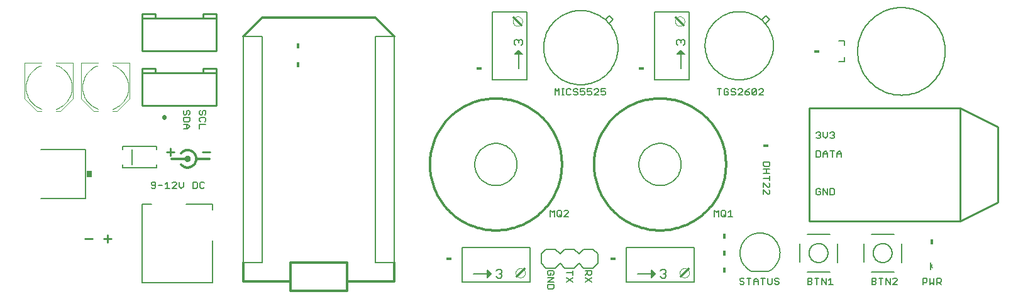
<source format=gto>
G75*
%MOIN*%
%OFA0B0*%
%FSLAX24Y24*%
%IPPOS*%
%LPD*%
%AMOC8*
5,1,8,0,0,1.08239X$1,22.5*
%
%ADD10C,0.0060*%
%ADD11C,0.0110*%
%ADD12C,0.0120*%
%ADD13C,0.0080*%
%ADD14C,0.0050*%
%ADD15C,0.0100*%
%ADD16R,0.0180X0.0300*%
%ADD17R,0.0300X0.0180*%
%ADD18C,0.0220*%
%ADD19C,0.0040*%
%ADD20C,0.0020*%
%ADD21R,0.0300X0.0340*%
D10*
X008891Y006787D02*
X008948Y006730D01*
X009061Y006730D01*
X009118Y006787D01*
X009118Y007014D01*
X009061Y007070D01*
X008948Y007070D01*
X008891Y007014D01*
X008891Y006957D01*
X008948Y006900D01*
X009118Y006900D01*
X009260Y006900D02*
X009486Y006900D01*
X009628Y006957D02*
X009741Y007070D01*
X009741Y006730D01*
X009628Y006730D02*
X009855Y006730D01*
X009996Y006730D02*
X010223Y006957D01*
X010223Y007014D01*
X010166Y007070D01*
X010053Y007070D01*
X009996Y007014D01*
X009996Y006730D02*
X010223Y006730D01*
X010364Y006843D02*
X010478Y006730D01*
X010591Y006843D01*
X010591Y007070D01*
X010364Y007070D02*
X010364Y006843D01*
X011101Y006730D02*
X011271Y006730D01*
X011328Y006787D01*
X011328Y007014D01*
X011271Y007070D01*
X011101Y007070D01*
X011101Y006730D01*
X011469Y006787D02*
X011469Y007014D01*
X011526Y007070D01*
X011640Y007070D01*
X011696Y007014D01*
X011696Y006787D02*
X011640Y006730D01*
X011526Y006730D01*
X011469Y006787D01*
X011441Y009907D02*
X011441Y010133D01*
X011781Y010133D01*
X011725Y010275D02*
X011781Y010332D01*
X011781Y010445D01*
X011725Y010502D01*
X011498Y010502D01*
X011441Y010445D01*
X011441Y010332D01*
X011498Y010275D01*
X010931Y010332D02*
X010931Y010502D01*
X010591Y010502D01*
X010591Y010332D01*
X010648Y010275D01*
X010875Y010275D01*
X010931Y010332D01*
X010818Y010133D02*
X010931Y010020D01*
X010818Y009907D01*
X010591Y009907D01*
X010761Y009907D02*
X010761Y010133D01*
X010818Y010133D02*
X010591Y010133D01*
X010648Y010643D02*
X010591Y010700D01*
X010591Y010813D01*
X010648Y010870D01*
X010761Y010813D02*
X010761Y010700D01*
X010705Y010643D01*
X010648Y010643D01*
X010761Y010813D02*
X010818Y010870D01*
X010875Y010870D01*
X010931Y010813D01*
X010931Y010700D01*
X010875Y010643D01*
X011441Y010700D02*
X011441Y010813D01*
X011498Y010870D01*
X011611Y010813D02*
X011611Y010700D01*
X011555Y010643D01*
X011498Y010643D01*
X011441Y010700D01*
X011611Y010813D02*
X011668Y010870D01*
X011725Y010870D01*
X011781Y010813D01*
X011781Y010700D01*
X011725Y010643D01*
X026961Y012500D02*
X028811Y012500D01*
X028811Y016100D01*
X026961Y016100D01*
X026961Y012500D01*
X028361Y013100D02*
X028361Y013900D01*
X028511Y013900D01*
X028561Y013850D01*
X028161Y013850D01*
X028211Y013900D01*
X028361Y013900D01*
X028361Y014050D01*
X028311Y014000D01*
X028261Y013950D01*
X028211Y013900D01*
X028261Y013950D02*
X028461Y013950D01*
X028411Y014000D01*
X028311Y014000D01*
X028361Y014050D02*
X028411Y014000D01*
X028461Y013950D02*
X028511Y013900D01*
X030291Y012020D02*
X030405Y011907D01*
X030518Y012020D01*
X030518Y011680D01*
X030660Y011680D02*
X030773Y011680D01*
X030716Y011680D02*
X030716Y012020D01*
X030660Y012020D02*
X030773Y012020D01*
X030905Y011964D02*
X030905Y011737D01*
X030962Y011680D01*
X031075Y011680D01*
X031132Y011737D01*
X031273Y011737D02*
X031330Y011680D01*
X031444Y011680D01*
X031500Y011737D01*
X031500Y011793D01*
X031444Y011850D01*
X031330Y011850D01*
X031273Y011907D01*
X031273Y011964D01*
X031330Y012020D01*
X031444Y012020D01*
X031500Y011964D01*
X031642Y012020D02*
X031642Y011850D01*
X031755Y011907D01*
X031812Y011907D01*
X031869Y011850D01*
X031869Y011737D01*
X031812Y011680D01*
X031698Y011680D01*
X031642Y011737D01*
X032010Y011737D02*
X032067Y011680D01*
X032180Y011680D01*
X032237Y011737D01*
X032237Y011850D01*
X032180Y011907D01*
X032123Y011907D01*
X032010Y011850D01*
X032010Y012020D01*
X032237Y012020D01*
X032378Y011964D02*
X032435Y012020D01*
X032548Y012020D01*
X032605Y011964D01*
X032605Y011907D01*
X032378Y011680D01*
X032605Y011680D01*
X032747Y011737D02*
X032803Y011680D01*
X032917Y011680D01*
X032973Y011737D01*
X032973Y011850D01*
X032917Y011907D01*
X032860Y011907D01*
X032747Y011850D01*
X032747Y012020D01*
X032973Y012020D01*
X031869Y012020D02*
X031642Y012020D01*
X031132Y011964D02*
X031075Y012020D01*
X030962Y012020D01*
X030905Y011964D01*
X030291Y012020D02*
X030291Y011680D01*
X035561Y012500D02*
X037411Y012500D01*
X037411Y016100D01*
X035561Y016100D01*
X035561Y012500D01*
X036961Y013100D02*
X036961Y013900D01*
X037111Y013900D01*
X037161Y013850D01*
X036761Y013850D01*
X036811Y013900D01*
X036961Y013900D01*
X036961Y014050D01*
X036911Y014000D01*
X036861Y013950D01*
X036811Y013900D01*
X036861Y013950D02*
X037061Y013950D01*
X037011Y014000D01*
X036911Y014000D01*
X036961Y014050D02*
X037011Y014000D01*
X037061Y013950D02*
X037111Y013900D01*
X038891Y012020D02*
X039118Y012020D01*
X039005Y012020D02*
X039005Y011680D01*
X039260Y011737D02*
X039316Y011680D01*
X039430Y011680D01*
X039486Y011737D01*
X039486Y011850D01*
X039373Y011850D01*
X039260Y011737D02*
X039260Y011964D01*
X039316Y012020D01*
X039430Y012020D01*
X039486Y011964D01*
X039628Y011964D02*
X039628Y011907D01*
X039685Y011850D01*
X039798Y011850D01*
X039855Y011793D01*
X039855Y011737D01*
X039798Y011680D01*
X039685Y011680D01*
X039628Y011737D01*
X039996Y011680D02*
X040223Y011907D01*
X040223Y011964D01*
X040166Y012020D01*
X040053Y012020D01*
X039996Y011964D01*
X039855Y011964D02*
X039798Y012020D01*
X039685Y012020D01*
X039628Y011964D01*
X040364Y011850D02*
X040535Y011850D01*
X040591Y011793D01*
X040591Y011737D01*
X040535Y011680D01*
X040421Y011680D01*
X040364Y011737D01*
X040364Y011850D01*
X040478Y011964D01*
X040591Y012020D01*
X040733Y011964D02*
X040789Y012020D01*
X040903Y012020D01*
X040960Y011964D01*
X040733Y011737D01*
X040789Y011680D01*
X040903Y011680D01*
X040960Y011737D01*
X040960Y011964D01*
X041101Y011964D02*
X041158Y012020D01*
X041271Y012020D01*
X041328Y011964D01*
X041328Y011907D01*
X041101Y011680D01*
X041328Y011680D01*
X040733Y011737D02*
X040733Y011964D01*
X040223Y011680D02*
X039996Y011680D01*
X044141Y009664D02*
X044198Y009720D01*
X044311Y009720D01*
X044368Y009664D01*
X044368Y009607D01*
X044311Y009550D01*
X044368Y009493D01*
X044368Y009437D01*
X044311Y009380D01*
X044198Y009380D01*
X044141Y009437D01*
X044255Y009550D02*
X044311Y009550D01*
X044510Y009493D02*
X044623Y009380D01*
X044736Y009493D01*
X044736Y009720D01*
X044878Y009664D02*
X044935Y009720D01*
X045048Y009720D01*
X045105Y009664D01*
X045105Y009607D01*
X045048Y009550D01*
X045105Y009493D01*
X045105Y009437D01*
X045048Y009380D01*
X044935Y009380D01*
X044878Y009437D01*
X044991Y009550D02*
X045048Y009550D01*
X044510Y009493D02*
X044510Y009720D01*
X044623Y008720D02*
X044736Y008607D01*
X044736Y008380D01*
X044736Y008550D02*
X044510Y008550D01*
X044510Y008607D02*
X044510Y008380D01*
X044368Y008437D02*
X044368Y008664D01*
X044311Y008720D01*
X044141Y008720D01*
X044141Y008380D01*
X044311Y008380D01*
X044368Y008437D01*
X044510Y008607D02*
X044623Y008720D01*
X044878Y008720D02*
X045105Y008720D01*
X044991Y008720D02*
X044991Y008380D01*
X045246Y008380D02*
X045246Y008607D01*
X045360Y008720D01*
X045473Y008607D01*
X045473Y008380D01*
X045473Y008550D02*
X045246Y008550D01*
X041681Y008120D02*
X041681Y007950D01*
X041625Y007893D01*
X041398Y007893D01*
X041341Y007950D01*
X041341Y008120D01*
X041681Y008120D01*
X041681Y007752D02*
X041341Y007752D01*
X041511Y007752D02*
X041511Y007525D01*
X041681Y007525D02*
X041341Y007525D01*
X041341Y007270D02*
X041681Y007270D01*
X041681Y007383D02*
X041681Y007157D01*
X041625Y007015D02*
X041681Y006958D01*
X041681Y006845D01*
X041625Y006788D01*
X041568Y006788D01*
X041341Y007015D01*
X041341Y006788D01*
X041341Y006647D02*
X041568Y006420D01*
X041625Y006420D01*
X041681Y006477D01*
X041681Y006590D01*
X041625Y006647D01*
X041341Y006647D02*
X041341Y006420D01*
X039591Y005570D02*
X039591Y005230D01*
X039478Y005230D02*
X039705Y005230D01*
X039478Y005457D02*
X039591Y005570D01*
X039336Y005514D02*
X039280Y005570D01*
X039166Y005570D01*
X039110Y005514D01*
X039110Y005287D01*
X039166Y005230D01*
X039280Y005230D01*
X039336Y005287D01*
X039336Y005514D01*
X039223Y005343D02*
X039336Y005230D01*
X038968Y005230D02*
X038968Y005570D01*
X038855Y005457D01*
X038741Y005570D01*
X038741Y005230D01*
X037661Y003600D02*
X034061Y003600D01*
X034061Y001750D01*
X037661Y001750D01*
X037661Y003600D01*
X035461Y002350D02*
X035411Y002400D01*
X035411Y002000D01*
X035461Y002050D01*
X035461Y002200D01*
X034661Y002200D01*
X035461Y002200D02*
X035461Y002350D01*
X035511Y002300D01*
X035561Y002250D01*
X035561Y002150D01*
X035511Y002100D01*
X035461Y002050D01*
X035511Y002100D02*
X035511Y002300D01*
X035561Y002250D02*
X035611Y002200D01*
X035561Y002150D01*
X035611Y002200D02*
X035461Y002200D01*
X032231Y002200D02*
X032175Y002143D01*
X032061Y002143D01*
X032005Y002200D01*
X032005Y002370D01*
X032005Y002257D02*
X031891Y002143D01*
X031891Y002002D02*
X032231Y001775D01*
X032231Y002002D02*
X031891Y001775D01*
X031231Y001775D02*
X030891Y002002D01*
X030891Y001775D02*
X031231Y002002D01*
X031231Y002143D02*
X031231Y002370D01*
X031231Y002257D02*
X030891Y002257D01*
X030231Y002313D02*
X030175Y002370D01*
X029948Y002370D01*
X029891Y002313D01*
X029891Y002200D01*
X029948Y002143D01*
X030061Y002143D01*
X030061Y002257D01*
X030175Y002143D02*
X030231Y002200D01*
X030231Y002313D01*
X030231Y002002D02*
X029891Y001775D01*
X030231Y001775D01*
X030231Y001633D02*
X030231Y001463D01*
X030175Y001407D01*
X029948Y001407D01*
X029891Y001463D01*
X029891Y001633D01*
X030231Y001633D01*
X030231Y002002D02*
X029891Y002002D01*
X028961Y001750D02*
X028961Y003600D01*
X025361Y003600D01*
X025361Y001750D01*
X028961Y001750D01*
X026911Y002200D02*
X026861Y002150D01*
X026811Y002100D01*
X026761Y002050D01*
X026711Y002000D01*
X026711Y002400D01*
X026761Y002350D01*
X026761Y002200D01*
X025961Y002200D01*
X026761Y002200D02*
X026761Y002050D01*
X026811Y002100D02*
X026811Y002300D01*
X026861Y002250D01*
X026861Y002150D01*
X026911Y002200D02*
X026861Y002250D01*
X026811Y002300D02*
X026761Y002350D01*
X026761Y002200D02*
X026911Y002200D01*
X031891Y002370D02*
X032231Y002370D01*
X032231Y002200D01*
X040091Y001914D02*
X040091Y001857D01*
X040148Y001800D01*
X040261Y001800D01*
X040318Y001743D01*
X040318Y001687D01*
X040261Y001630D01*
X040148Y001630D01*
X040091Y001687D01*
X040091Y001914D02*
X040148Y001970D01*
X040261Y001970D01*
X040318Y001914D01*
X040460Y001970D02*
X040686Y001970D01*
X040573Y001970D02*
X040573Y001630D01*
X040828Y001630D02*
X040828Y001857D01*
X040941Y001970D01*
X041055Y001857D01*
X041055Y001630D01*
X041055Y001800D02*
X040828Y001800D01*
X041196Y001970D02*
X041423Y001970D01*
X041310Y001970D02*
X041310Y001630D01*
X041564Y001687D02*
X041621Y001630D01*
X041735Y001630D01*
X041791Y001687D01*
X041791Y001970D01*
X041933Y001914D02*
X041933Y001857D01*
X041989Y001800D01*
X042103Y001800D01*
X042160Y001743D01*
X042160Y001687D01*
X042103Y001630D01*
X041989Y001630D01*
X041933Y001687D01*
X041933Y001914D02*
X041989Y001970D01*
X042103Y001970D01*
X042160Y001914D01*
X041564Y001970D02*
X041564Y001687D01*
X043691Y001630D02*
X043861Y001630D01*
X043918Y001687D01*
X043918Y001743D01*
X043861Y001800D01*
X043691Y001800D01*
X043691Y001630D02*
X043691Y001970D01*
X043861Y001970D01*
X043918Y001914D01*
X043918Y001857D01*
X043861Y001800D01*
X044060Y001970D02*
X044286Y001970D01*
X044173Y001970D02*
X044173Y001630D01*
X044428Y001630D02*
X044428Y001970D01*
X044655Y001630D01*
X044655Y001970D01*
X044796Y001857D02*
X044910Y001970D01*
X044910Y001630D01*
X045023Y001630D02*
X044796Y001630D01*
X047091Y001630D02*
X047261Y001630D01*
X047318Y001687D01*
X047318Y001743D01*
X047261Y001800D01*
X047091Y001800D01*
X047091Y001630D02*
X047091Y001970D01*
X047261Y001970D01*
X047318Y001914D01*
X047318Y001857D01*
X047261Y001800D01*
X047460Y001970D02*
X047686Y001970D01*
X047573Y001970D02*
X047573Y001630D01*
X047828Y001630D02*
X047828Y001970D01*
X048055Y001630D01*
X048055Y001970D01*
X048196Y001914D02*
X048253Y001970D01*
X048366Y001970D01*
X048423Y001914D01*
X048423Y001857D01*
X048196Y001630D01*
X048423Y001630D01*
X049791Y001630D02*
X049791Y001970D01*
X049961Y001970D01*
X050018Y001914D01*
X050018Y001800D01*
X049961Y001743D01*
X049791Y001743D01*
X050160Y001630D02*
X050273Y001743D01*
X050386Y001630D01*
X050386Y001970D01*
X050528Y001970D02*
X050698Y001970D01*
X050755Y001914D01*
X050755Y001800D01*
X050698Y001743D01*
X050528Y001743D01*
X050528Y001630D02*
X050528Y001970D01*
X050641Y001743D02*
X050755Y001630D01*
X050160Y001630D02*
X050160Y001970D01*
X045105Y006437D02*
X045048Y006380D01*
X044878Y006380D01*
X044878Y006720D01*
X045048Y006720D01*
X045105Y006664D01*
X045105Y006437D01*
X044736Y006380D02*
X044736Y006720D01*
X044510Y006720D02*
X044736Y006380D01*
X044510Y006380D02*
X044510Y006720D01*
X044368Y006664D02*
X044311Y006720D01*
X044198Y006720D01*
X044141Y006664D01*
X044141Y006437D01*
X044198Y006380D01*
X044311Y006380D01*
X044368Y006437D01*
X044368Y006550D01*
X044255Y006550D01*
X031005Y005514D02*
X030948Y005570D01*
X030835Y005570D01*
X030778Y005514D01*
X030636Y005514D02*
X030636Y005287D01*
X030580Y005230D01*
X030466Y005230D01*
X030410Y005287D01*
X030410Y005514D01*
X030466Y005570D01*
X030580Y005570D01*
X030636Y005514D01*
X030523Y005343D02*
X030636Y005230D01*
X030778Y005230D02*
X031005Y005457D01*
X031005Y005514D01*
X031005Y005230D02*
X030778Y005230D01*
X030268Y005230D02*
X030268Y005570D01*
X030155Y005457D01*
X030041Y005570D01*
X030041Y005230D01*
D11*
X012010Y008650D02*
X011616Y008650D01*
X010110Y008650D02*
X009716Y008650D01*
X009913Y008847D02*
X009913Y008453D01*
X006563Y004247D02*
X006563Y003853D01*
X006366Y004050D02*
X006760Y004050D01*
X005760Y004050D02*
X005366Y004050D01*
D12*
X013761Y002800D02*
X013761Y001800D01*
X016261Y001800D01*
X016261Y002800D01*
X019261Y002800D01*
X019261Y001800D01*
X021761Y001800D01*
X021761Y002800D01*
X019261Y001800D02*
X019261Y001300D01*
X016261Y001300D01*
X016261Y001800D01*
X028261Y002050D02*
X028661Y002450D01*
X036961Y002050D02*
X037361Y002450D01*
X032361Y008000D02*
X032363Y008118D01*
X032369Y008236D01*
X032379Y008354D01*
X032393Y008471D01*
X032411Y008588D01*
X032433Y008705D01*
X032458Y008820D01*
X032488Y008934D01*
X032522Y009048D01*
X032559Y009160D01*
X032600Y009271D01*
X032645Y009380D01*
X032693Y009488D01*
X032745Y009594D01*
X032801Y009699D01*
X032860Y009801D01*
X032922Y009901D01*
X032988Y009999D01*
X033057Y010095D01*
X033130Y010189D01*
X033205Y010280D01*
X033284Y010368D01*
X033365Y010454D01*
X033450Y010537D01*
X033537Y010617D01*
X033626Y010694D01*
X033719Y010768D01*
X033813Y010838D01*
X033910Y010906D01*
X034010Y010970D01*
X034111Y011031D01*
X034214Y011088D01*
X034320Y011142D01*
X034427Y011193D01*
X034535Y011239D01*
X034645Y011282D01*
X034757Y011321D01*
X034870Y011357D01*
X034984Y011388D01*
X035099Y011416D01*
X035214Y011440D01*
X035331Y011460D01*
X035448Y011476D01*
X035566Y011488D01*
X035684Y011496D01*
X035802Y011500D01*
X035920Y011500D01*
X036038Y011496D01*
X036156Y011488D01*
X036274Y011476D01*
X036391Y011460D01*
X036508Y011440D01*
X036623Y011416D01*
X036738Y011388D01*
X036852Y011357D01*
X036965Y011321D01*
X037077Y011282D01*
X037187Y011239D01*
X037295Y011193D01*
X037402Y011142D01*
X037508Y011088D01*
X037611Y011031D01*
X037712Y010970D01*
X037812Y010906D01*
X037909Y010838D01*
X038003Y010768D01*
X038096Y010694D01*
X038185Y010617D01*
X038272Y010537D01*
X038357Y010454D01*
X038438Y010368D01*
X038517Y010280D01*
X038592Y010189D01*
X038665Y010095D01*
X038734Y009999D01*
X038800Y009901D01*
X038862Y009801D01*
X038921Y009699D01*
X038977Y009594D01*
X039029Y009488D01*
X039077Y009380D01*
X039122Y009271D01*
X039163Y009160D01*
X039200Y009048D01*
X039234Y008934D01*
X039264Y008820D01*
X039289Y008705D01*
X039311Y008588D01*
X039329Y008471D01*
X039343Y008354D01*
X039353Y008236D01*
X039359Y008118D01*
X039361Y008000D01*
X039359Y007882D01*
X039353Y007764D01*
X039343Y007646D01*
X039329Y007529D01*
X039311Y007412D01*
X039289Y007295D01*
X039264Y007180D01*
X039234Y007066D01*
X039200Y006952D01*
X039163Y006840D01*
X039122Y006729D01*
X039077Y006620D01*
X039029Y006512D01*
X038977Y006406D01*
X038921Y006301D01*
X038862Y006199D01*
X038800Y006099D01*
X038734Y006001D01*
X038665Y005905D01*
X038592Y005811D01*
X038517Y005720D01*
X038438Y005632D01*
X038357Y005546D01*
X038272Y005463D01*
X038185Y005383D01*
X038096Y005306D01*
X038003Y005232D01*
X037909Y005162D01*
X037812Y005094D01*
X037712Y005030D01*
X037611Y004969D01*
X037508Y004912D01*
X037402Y004858D01*
X037295Y004807D01*
X037187Y004761D01*
X037077Y004718D01*
X036965Y004679D01*
X036852Y004643D01*
X036738Y004612D01*
X036623Y004584D01*
X036508Y004560D01*
X036391Y004540D01*
X036274Y004524D01*
X036156Y004512D01*
X036038Y004504D01*
X035920Y004500D01*
X035802Y004500D01*
X035684Y004504D01*
X035566Y004512D01*
X035448Y004524D01*
X035331Y004540D01*
X035214Y004560D01*
X035099Y004584D01*
X034984Y004612D01*
X034870Y004643D01*
X034757Y004679D01*
X034645Y004718D01*
X034535Y004761D01*
X034427Y004807D01*
X034320Y004858D01*
X034214Y004912D01*
X034111Y004969D01*
X034010Y005030D01*
X033910Y005094D01*
X033813Y005162D01*
X033719Y005232D01*
X033626Y005306D01*
X033537Y005383D01*
X033450Y005463D01*
X033365Y005546D01*
X033284Y005632D01*
X033205Y005720D01*
X033130Y005811D01*
X033057Y005905D01*
X032988Y006001D01*
X032922Y006099D01*
X032860Y006199D01*
X032801Y006301D01*
X032745Y006406D01*
X032693Y006512D01*
X032645Y006620D01*
X032600Y006729D01*
X032559Y006840D01*
X032522Y006952D01*
X032488Y007066D01*
X032458Y007180D01*
X032433Y007295D01*
X032411Y007412D01*
X032393Y007529D01*
X032379Y007646D01*
X032369Y007764D01*
X032363Y007882D01*
X032361Y008000D01*
X023661Y008000D02*
X023663Y008118D01*
X023669Y008236D01*
X023679Y008354D01*
X023693Y008471D01*
X023711Y008588D01*
X023733Y008705D01*
X023758Y008820D01*
X023788Y008934D01*
X023822Y009048D01*
X023859Y009160D01*
X023900Y009271D01*
X023945Y009380D01*
X023993Y009488D01*
X024045Y009594D01*
X024101Y009699D01*
X024160Y009801D01*
X024222Y009901D01*
X024288Y009999D01*
X024357Y010095D01*
X024430Y010189D01*
X024505Y010280D01*
X024584Y010368D01*
X024665Y010454D01*
X024750Y010537D01*
X024837Y010617D01*
X024926Y010694D01*
X025019Y010768D01*
X025113Y010838D01*
X025210Y010906D01*
X025310Y010970D01*
X025411Y011031D01*
X025514Y011088D01*
X025620Y011142D01*
X025727Y011193D01*
X025835Y011239D01*
X025945Y011282D01*
X026057Y011321D01*
X026170Y011357D01*
X026284Y011388D01*
X026399Y011416D01*
X026514Y011440D01*
X026631Y011460D01*
X026748Y011476D01*
X026866Y011488D01*
X026984Y011496D01*
X027102Y011500D01*
X027220Y011500D01*
X027338Y011496D01*
X027456Y011488D01*
X027574Y011476D01*
X027691Y011460D01*
X027808Y011440D01*
X027923Y011416D01*
X028038Y011388D01*
X028152Y011357D01*
X028265Y011321D01*
X028377Y011282D01*
X028487Y011239D01*
X028595Y011193D01*
X028702Y011142D01*
X028808Y011088D01*
X028911Y011031D01*
X029012Y010970D01*
X029112Y010906D01*
X029209Y010838D01*
X029303Y010768D01*
X029396Y010694D01*
X029485Y010617D01*
X029572Y010537D01*
X029657Y010454D01*
X029738Y010368D01*
X029817Y010280D01*
X029892Y010189D01*
X029965Y010095D01*
X030034Y009999D01*
X030100Y009901D01*
X030162Y009801D01*
X030221Y009699D01*
X030277Y009594D01*
X030329Y009488D01*
X030377Y009380D01*
X030422Y009271D01*
X030463Y009160D01*
X030500Y009048D01*
X030534Y008934D01*
X030564Y008820D01*
X030589Y008705D01*
X030611Y008588D01*
X030629Y008471D01*
X030643Y008354D01*
X030653Y008236D01*
X030659Y008118D01*
X030661Y008000D01*
X030659Y007882D01*
X030653Y007764D01*
X030643Y007646D01*
X030629Y007529D01*
X030611Y007412D01*
X030589Y007295D01*
X030564Y007180D01*
X030534Y007066D01*
X030500Y006952D01*
X030463Y006840D01*
X030422Y006729D01*
X030377Y006620D01*
X030329Y006512D01*
X030277Y006406D01*
X030221Y006301D01*
X030162Y006199D01*
X030100Y006099D01*
X030034Y006001D01*
X029965Y005905D01*
X029892Y005811D01*
X029817Y005720D01*
X029738Y005632D01*
X029657Y005546D01*
X029572Y005463D01*
X029485Y005383D01*
X029396Y005306D01*
X029303Y005232D01*
X029209Y005162D01*
X029112Y005094D01*
X029012Y005030D01*
X028911Y004969D01*
X028808Y004912D01*
X028702Y004858D01*
X028595Y004807D01*
X028487Y004761D01*
X028377Y004718D01*
X028265Y004679D01*
X028152Y004643D01*
X028038Y004612D01*
X027923Y004584D01*
X027808Y004560D01*
X027691Y004540D01*
X027574Y004524D01*
X027456Y004512D01*
X027338Y004504D01*
X027220Y004500D01*
X027102Y004500D01*
X026984Y004504D01*
X026866Y004512D01*
X026748Y004524D01*
X026631Y004540D01*
X026514Y004560D01*
X026399Y004584D01*
X026284Y004612D01*
X026170Y004643D01*
X026057Y004679D01*
X025945Y004718D01*
X025835Y004761D01*
X025727Y004807D01*
X025620Y004858D01*
X025514Y004912D01*
X025411Y004969D01*
X025310Y005030D01*
X025210Y005094D01*
X025113Y005162D01*
X025019Y005232D01*
X024926Y005306D01*
X024837Y005383D01*
X024750Y005463D01*
X024665Y005546D01*
X024584Y005632D01*
X024505Y005720D01*
X024430Y005811D01*
X024357Y005905D01*
X024288Y006001D01*
X024222Y006099D01*
X024160Y006199D01*
X024101Y006301D01*
X024045Y006406D01*
X023993Y006512D01*
X023945Y006620D01*
X023900Y006729D01*
X023859Y006840D01*
X023822Y006952D01*
X023788Y007066D01*
X023758Y007180D01*
X023733Y007295D01*
X023711Y007412D01*
X023693Y007529D01*
X023679Y007646D01*
X023669Y007764D01*
X023663Y007882D01*
X023661Y008000D01*
X011961Y008300D02*
X011361Y008300D01*
X010861Y008300D02*
X009961Y008300D01*
X010711Y008300D02*
X010713Y008320D01*
X010719Y008338D01*
X010728Y008356D01*
X010740Y008371D01*
X010755Y008383D01*
X010773Y008392D01*
X010791Y008398D01*
X010811Y008400D01*
X010831Y008398D01*
X010849Y008392D01*
X010867Y008383D01*
X010882Y008371D01*
X010894Y008356D01*
X010903Y008338D01*
X010909Y008320D01*
X010911Y008300D01*
X010909Y008280D01*
X010903Y008262D01*
X010894Y008244D01*
X010882Y008229D01*
X010867Y008217D01*
X010849Y008208D01*
X010831Y008202D01*
X010811Y008200D01*
X010791Y008202D01*
X010773Y008208D01*
X010755Y008217D01*
X010740Y008229D01*
X010728Y008244D01*
X010719Y008262D01*
X010713Y008280D01*
X010711Y008300D01*
X010461Y008000D02*
X010490Y007969D01*
X010522Y007941D01*
X010556Y007916D01*
X010592Y007894D01*
X010630Y007876D01*
X010670Y007861D01*
X010711Y007850D01*
X010752Y007843D01*
X010794Y007839D01*
X010837Y007840D01*
X010879Y007844D01*
X010920Y007852D01*
X010961Y007864D01*
X011000Y007880D01*
X011038Y007899D01*
X011074Y007921D01*
X011107Y007947D01*
X011139Y007976D01*
X011167Y008007D01*
X011192Y008041D01*
X011214Y008077D01*
X011233Y008115D01*
X011248Y008154D01*
X011260Y008195D01*
X011268Y008237D01*
X011272Y008279D01*
X011272Y008321D01*
X011268Y008363D01*
X011260Y008405D01*
X011248Y008446D01*
X011233Y008485D01*
X011214Y008523D01*
X011192Y008559D01*
X011167Y008593D01*
X011139Y008624D01*
X011107Y008653D01*
X011074Y008679D01*
X011038Y008701D01*
X011000Y008720D01*
X010961Y008736D01*
X010920Y008748D01*
X010879Y008756D01*
X010837Y008760D01*
X010794Y008761D01*
X010752Y008757D01*
X010711Y008750D01*
X010670Y008739D01*
X010630Y008724D01*
X010592Y008706D01*
X010556Y008684D01*
X010522Y008659D01*
X010490Y008631D01*
X010461Y008600D01*
X013761Y014800D02*
X014761Y015800D01*
X020761Y015800D01*
X021761Y014800D01*
X028111Y015800D02*
X028511Y015400D01*
X036711Y015800D02*
X037111Y015400D01*
D13*
X008389Y005894D02*
X008389Y001720D01*
X012129Y001720D01*
X012129Y003965D01*
X013761Y002800D02*
X013761Y014800D01*
X014761Y014800D01*
X014761Y002800D01*
X013761Y002800D01*
X012141Y001720D02*
X012129Y001720D01*
X020761Y002800D02*
X020761Y014800D01*
X021761Y014800D01*
X021761Y002800D01*
X020761Y002800D01*
X029561Y002750D02*
X029811Y002500D01*
X030311Y002500D01*
X030561Y002750D01*
X030811Y002500D01*
X031311Y002500D01*
X031561Y002750D01*
X031811Y002500D01*
X032311Y002500D01*
X032561Y002750D01*
X032561Y003250D01*
X032311Y003500D01*
X031811Y003500D01*
X031561Y003250D01*
X031311Y003500D01*
X030811Y003500D01*
X030561Y003250D01*
X030311Y003500D01*
X029811Y003500D01*
X029561Y003250D01*
X029561Y002750D01*
X043261Y002812D02*
X043261Y003788D01*
X043655Y004300D02*
X044867Y004300D01*
X045261Y003788D02*
X045261Y002800D01*
X046661Y002812D02*
X046661Y003788D01*
X047055Y004300D02*
X048267Y004300D01*
X048661Y003788D02*
X048661Y002800D01*
X048267Y002300D02*
X047055Y002300D01*
X044867Y002300D02*
X043655Y002300D01*
X043761Y003300D02*
X043763Y003344D01*
X043769Y003388D01*
X043779Y003431D01*
X043792Y003473D01*
X043809Y003514D01*
X043830Y003553D01*
X043854Y003590D01*
X043881Y003625D01*
X043911Y003657D01*
X043944Y003687D01*
X043980Y003713D01*
X044017Y003737D01*
X044057Y003756D01*
X044098Y003773D01*
X044141Y003785D01*
X044184Y003794D01*
X044228Y003799D01*
X044272Y003800D01*
X044316Y003797D01*
X044360Y003790D01*
X044403Y003779D01*
X044445Y003765D01*
X044485Y003747D01*
X044524Y003725D01*
X044560Y003701D01*
X044594Y003673D01*
X044626Y003642D01*
X044655Y003608D01*
X044681Y003572D01*
X044703Y003534D01*
X044722Y003494D01*
X044737Y003452D01*
X044749Y003410D01*
X044757Y003366D01*
X044761Y003322D01*
X044761Y003278D01*
X044757Y003234D01*
X044749Y003190D01*
X044737Y003148D01*
X044722Y003106D01*
X044703Y003066D01*
X044681Y003028D01*
X044655Y002992D01*
X044626Y002958D01*
X044594Y002927D01*
X044560Y002899D01*
X044524Y002875D01*
X044485Y002853D01*
X044445Y002835D01*
X044403Y002821D01*
X044360Y002810D01*
X044316Y002803D01*
X044272Y002800D01*
X044228Y002801D01*
X044184Y002806D01*
X044141Y002815D01*
X044098Y002827D01*
X044057Y002844D01*
X044017Y002863D01*
X043980Y002887D01*
X043944Y002913D01*
X043911Y002943D01*
X043881Y002975D01*
X043854Y003010D01*
X043830Y003047D01*
X043809Y003086D01*
X043792Y003127D01*
X043779Y003169D01*
X043769Y003212D01*
X043763Y003256D01*
X043761Y003300D01*
X047161Y003300D02*
X047163Y003344D01*
X047169Y003388D01*
X047179Y003431D01*
X047192Y003473D01*
X047209Y003514D01*
X047230Y003553D01*
X047254Y003590D01*
X047281Y003625D01*
X047311Y003657D01*
X047344Y003687D01*
X047380Y003713D01*
X047417Y003737D01*
X047457Y003756D01*
X047498Y003773D01*
X047541Y003785D01*
X047584Y003794D01*
X047628Y003799D01*
X047672Y003800D01*
X047716Y003797D01*
X047760Y003790D01*
X047803Y003779D01*
X047845Y003765D01*
X047885Y003747D01*
X047924Y003725D01*
X047960Y003701D01*
X047994Y003673D01*
X048026Y003642D01*
X048055Y003608D01*
X048081Y003572D01*
X048103Y003534D01*
X048122Y003494D01*
X048137Y003452D01*
X048149Y003410D01*
X048157Y003366D01*
X048161Y003322D01*
X048161Y003278D01*
X048157Y003234D01*
X048149Y003190D01*
X048137Y003148D01*
X048122Y003106D01*
X048103Y003066D01*
X048081Y003028D01*
X048055Y002992D01*
X048026Y002958D01*
X047994Y002927D01*
X047960Y002899D01*
X047924Y002875D01*
X047885Y002853D01*
X047845Y002835D01*
X047803Y002821D01*
X047760Y002810D01*
X047716Y002803D01*
X047672Y002800D01*
X047628Y002801D01*
X047584Y002806D01*
X047541Y002815D01*
X047498Y002827D01*
X047457Y002844D01*
X047417Y002863D01*
X047380Y002887D01*
X047344Y002913D01*
X047311Y002943D01*
X047281Y002975D01*
X047254Y003010D01*
X047230Y003047D01*
X047209Y003086D01*
X047192Y003127D01*
X047179Y003169D01*
X047169Y003212D01*
X047163Y003256D01*
X047161Y003300D01*
X050194Y002781D02*
X050194Y002600D01*
X050316Y002692D01*
X050194Y002600D02*
X050194Y002419D01*
X050316Y002514D02*
X050200Y002590D01*
X045637Y013449D02*
X045322Y013449D01*
X045637Y013449D02*
X045637Y013685D01*
X045637Y014315D02*
X045637Y014551D01*
X045322Y014551D01*
X046338Y014000D02*
X046340Y014096D01*
X046346Y014192D01*
X046356Y014287D01*
X046370Y014382D01*
X046387Y014477D01*
X046409Y014570D01*
X046435Y014663D01*
X046464Y014754D01*
X046497Y014844D01*
X046534Y014933D01*
X046574Y015020D01*
X046618Y015106D01*
X046665Y015189D01*
X046716Y015271D01*
X046770Y015350D01*
X046828Y015427D01*
X046888Y015501D01*
X046952Y015573D01*
X047018Y015643D01*
X047088Y015709D01*
X047160Y015773D01*
X047234Y015833D01*
X047311Y015891D01*
X047390Y015945D01*
X047472Y015996D01*
X047555Y016043D01*
X047641Y016087D01*
X047728Y016127D01*
X047817Y016164D01*
X047907Y016197D01*
X047998Y016226D01*
X048091Y016252D01*
X048184Y016274D01*
X048279Y016291D01*
X048374Y016305D01*
X048469Y016315D01*
X048565Y016321D01*
X048661Y016323D01*
X048757Y016321D01*
X048853Y016315D01*
X048948Y016305D01*
X049043Y016291D01*
X049138Y016274D01*
X049231Y016252D01*
X049324Y016226D01*
X049415Y016197D01*
X049505Y016164D01*
X049594Y016127D01*
X049681Y016087D01*
X049767Y016043D01*
X049850Y015996D01*
X049932Y015945D01*
X050011Y015891D01*
X050088Y015833D01*
X050162Y015773D01*
X050234Y015709D01*
X050304Y015643D01*
X050370Y015573D01*
X050434Y015501D01*
X050494Y015427D01*
X050552Y015350D01*
X050606Y015271D01*
X050657Y015189D01*
X050704Y015106D01*
X050748Y015020D01*
X050788Y014933D01*
X050825Y014844D01*
X050858Y014754D01*
X050887Y014663D01*
X050913Y014570D01*
X050935Y014477D01*
X050952Y014382D01*
X050966Y014287D01*
X050976Y014192D01*
X050982Y014096D01*
X050984Y014000D01*
X050982Y013904D01*
X050976Y013808D01*
X050966Y013713D01*
X050952Y013618D01*
X050935Y013523D01*
X050913Y013430D01*
X050887Y013337D01*
X050858Y013246D01*
X050825Y013156D01*
X050788Y013067D01*
X050748Y012980D01*
X050704Y012894D01*
X050657Y012811D01*
X050606Y012729D01*
X050552Y012650D01*
X050494Y012573D01*
X050434Y012499D01*
X050370Y012427D01*
X050304Y012357D01*
X050234Y012291D01*
X050162Y012227D01*
X050088Y012167D01*
X050011Y012109D01*
X049932Y012055D01*
X049850Y012004D01*
X049767Y011957D01*
X049681Y011913D01*
X049594Y011873D01*
X049505Y011836D01*
X049415Y011803D01*
X049324Y011774D01*
X049231Y011748D01*
X049138Y011726D01*
X049043Y011709D01*
X048948Y011695D01*
X048853Y011685D01*
X048757Y011679D01*
X048661Y011677D01*
X048565Y011679D01*
X048469Y011685D01*
X048374Y011695D01*
X048279Y011709D01*
X048184Y011726D01*
X048091Y011748D01*
X047998Y011774D01*
X047907Y011803D01*
X047817Y011836D01*
X047728Y011873D01*
X047641Y011913D01*
X047555Y011957D01*
X047472Y012004D01*
X047390Y012055D01*
X047311Y012109D01*
X047234Y012167D01*
X047160Y012227D01*
X047088Y012291D01*
X047018Y012357D01*
X046952Y012427D01*
X046888Y012499D01*
X046828Y012573D01*
X046770Y012650D01*
X046716Y012729D01*
X046665Y012811D01*
X046618Y012894D01*
X046574Y012980D01*
X046534Y013067D01*
X046497Y013156D01*
X046464Y013246D01*
X046435Y013337D01*
X046409Y013430D01*
X046387Y013523D01*
X046370Y013618D01*
X046356Y013713D01*
X046346Y013808D01*
X046340Y013904D01*
X046338Y014000D01*
X012129Y005894D02*
X012129Y005579D01*
X012129Y005894D02*
X010751Y005894D01*
X008901Y005894D02*
X008389Y005894D01*
X005411Y006210D02*
X003051Y006210D01*
X005411Y006210D02*
X005411Y008790D01*
X003051Y008790D01*
X007356Y008794D02*
X007356Y008971D01*
X009167Y008971D01*
X009167Y008794D01*
X007867Y008794D02*
X007867Y008006D01*
X007356Y008006D02*
X007356Y007829D01*
X009167Y007829D01*
X009167Y008006D01*
D14*
X012330Y011606D02*
X012330Y012394D01*
X012330Y014506D02*
X012330Y015294D01*
X028136Y014550D02*
X028136Y014400D01*
X028211Y014325D01*
X028361Y014475D02*
X028361Y014550D01*
X028436Y014625D01*
X028511Y014625D01*
X028586Y014550D01*
X028586Y014400D01*
X028511Y014325D01*
X028361Y014550D02*
X028286Y014625D01*
X028211Y014625D01*
X028136Y014550D01*
X029692Y014200D02*
X029694Y014288D01*
X029700Y014376D01*
X029710Y014464D01*
X029724Y014552D01*
X029741Y014638D01*
X029763Y014724D01*
X029788Y014808D01*
X029818Y014892D01*
X029850Y014974D01*
X029887Y015054D01*
X029927Y015133D01*
X029971Y015210D01*
X030018Y015285D01*
X030068Y015357D01*
X030122Y015428D01*
X030178Y015495D01*
X030238Y015561D01*
X030300Y015623D01*
X030366Y015683D01*
X030433Y015739D01*
X030504Y015793D01*
X030576Y015843D01*
X030651Y015890D01*
X030728Y015934D01*
X030807Y015974D01*
X030887Y016011D01*
X030969Y016043D01*
X031053Y016073D01*
X031137Y016098D01*
X031223Y016120D01*
X031309Y016137D01*
X031397Y016151D01*
X031485Y016161D01*
X031573Y016167D01*
X031661Y016169D01*
X031749Y016167D01*
X031837Y016161D01*
X031925Y016151D01*
X032013Y016137D01*
X032099Y016120D01*
X032185Y016098D01*
X032269Y016073D01*
X032353Y016043D01*
X032435Y016011D01*
X032515Y015974D01*
X032594Y015934D01*
X032671Y015890D01*
X032746Y015843D01*
X032818Y015793D01*
X032889Y015739D01*
X032956Y015683D01*
X033022Y015623D01*
X033084Y015561D01*
X033144Y015495D01*
X033200Y015428D01*
X033254Y015357D01*
X033304Y015285D01*
X033351Y015210D01*
X033395Y015133D01*
X033435Y015054D01*
X033472Y014974D01*
X033504Y014892D01*
X033534Y014808D01*
X033559Y014724D01*
X033581Y014638D01*
X033598Y014552D01*
X033612Y014464D01*
X033622Y014376D01*
X033628Y014288D01*
X033630Y014200D01*
X033628Y014112D01*
X033622Y014024D01*
X033612Y013936D01*
X033598Y013848D01*
X033581Y013762D01*
X033559Y013676D01*
X033534Y013592D01*
X033504Y013508D01*
X033472Y013426D01*
X033435Y013346D01*
X033395Y013267D01*
X033351Y013190D01*
X033304Y013115D01*
X033254Y013043D01*
X033200Y012972D01*
X033144Y012905D01*
X033084Y012839D01*
X033022Y012777D01*
X032956Y012717D01*
X032889Y012661D01*
X032818Y012607D01*
X032746Y012557D01*
X032671Y012510D01*
X032594Y012466D01*
X032515Y012426D01*
X032435Y012389D01*
X032353Y012357D01*
X032269Y012327D01*
X032185Y012302D01*
X032099Y012280D01*
X032013Y012263D01*
X031925Y012249D01*
X031837Y012239D01*
X031749Y012233D01*
X031661Y012231D01*
X031573Y012233D01*
X031485Y012239D01*
X031397Y012249D01*
X031309Y012263D01*
X031223Y012280D01*
X031137Y012302D01*
X031053Y012327D01*
X030969Y012357D01*
X030887Y012389D01*
X030807Y012426D01*
X030728Y012466D01*
X030651Y012510D01*
X030576Y012557D01*
X030504Y012607D01*
X030433Y012661D01*
X030366Y012717D01*
X030300Y012777D01*
X030238Y012839D01*
X030178Y012905D01*
X030122Y012972D01*
X030068Y013043D01*
X030018Y013115D01*
X029971Y013190D01*
X029927Y013267D01*
X029887Y013346D01*
X029850Y013426D01*
X029818Y013508D01*
X029788Y013592D01*
X029763Y013676D01*
X029741Y013762D01*
X029724Y013848D01*
X029710Y013936D01*
X029700Y014024D01*
X029694Y014112D01*
X029692Y014200D01*
X033161Y015500D02*
X033361Y015700D01*
X033261Y015800D01*
X033161Y015900D01*
X032961Y015700D01*
X036736Y014550D02*
X036811Y014625D01*
X036886Y014625D01*
X036961Y014550D01*
X037036Y014625D01*
X037111Y014625D01*
X037186Y014550D01*
X037186Y014400D01*
X037111Y014325D01*
X036961Y014475D02*
X036961Y014550D01*
X036736Y014550D02*
X036736Y014400D01*
X036811Y014325D01*
X038250Y014300D02*
X038252Y014385D01*
X038258Y014470D01*
X038268Y014554D01*
X038282Y014638D01*
X038300Y014721D01*
X038321Y014803D01*
X038347Y014884D01*
X038376Y014964D01*
X038409Y015042D01*
X038445Y015118D01*
X038486Y015193D01*
X038529Y015266D01*
X038576Y015337D01*
X038626Y015405D01*
X038680Y015471D01*
X038736Y015535D01*
X038796Y015595D01*
X038858Y015653D01*
X038922Y015708D01*
X038990Y015760D01*
X039059Y015809D01*
X039131Y015854D01*
X039205Y015896D01*
X039281Y015934D01*
X039358Y015969D01*
X039437Y016000D01*
X039518Y016028D01*
X039599Y016051D01*
X039682Y016071D01*
X039765Y016087D01*
X039849Y016099D01*
X039934Y016107D01*
X040019Y016111D01*
X040103Y016111D01*
X040188Y016107D01*
X040273Y016099D01*
X040357Y016087D01*
X040440Y016071D01*
X040523Y016051D01*
X040604Y016028D01*
X040685Y016000D01*
X040764Y015969D01*
X040841Y015934D01*
X040917Y015896D01*
X040991Y015854D01*
X041063Y015809D01*
X041132Y015760D01*
X041200Y015708D01*
X041264Y015653D01*
X041326Y015595D01*
X041386Y015535D01*
X041442Y015471D01*
X041496Y015405D01*
X041546Y015337D01*
X041593Y015266D01*
X041636Y015193D01*
X041677Y015118D01*
X041713Y015042D01*
X041746Y014964D01*
X041775Y014884D01*
X041801Y014803D01*
X041822Y014721D01*
X041840Y014638D01*
X041854Y014554D01*
X041864Y014470D01*
X041870Y014385D01*
X041872Y014300D01*
X041870Y014215D01*
X041864Y014130D01*
X041854Y014046D01*
X041840Y013962D01*
X041822Y013879D01*
X041801Y013797D01*
X041775Y013716D01*
X041746Y013636D01*
X041713Y013558D01*
X041677Y013482D01*
X041636Y013407D01*
X041593Y013334D01*
X041546Y013263D01*
X041496Y013195D01*
X041442Y013129D01*
X041386Y013065D01*
X041326Y013005D01*
X041264Y012947D01*
X041200Y012892D01*
X041132Y012840D01*
X041063Y012791D01*
X040991Y012746D01*
X040917Y012704D01*
X040841Y012666D01*
X040764Y012631D01*
X040685Y012600D01*
X040604Y012572D01*
X040523Y012549D01*
X040440Y012529D01*
X040357Y012513D01*
X040273Y012501D01*
X040188Y012493D01*
X040103Y012489D01*
X040019Y012489D01*
X039934Y012493D01*
X039849Y012501D01*
X039765Y012513D01*
X039682Y012529D01*
X039599Y012549D01*
X039518Y012572D01*
X039437Y012600D01*
X039358Y012631D01*
X039281Y012666D01*
X039205Y012704D01*
X039131Y012746D01*
X039059Y012791D01*
X038990Y012840D01*
X038922Y012892D01*
X038858Y012947D01*
X038796Y013005D01*
X038736Y013065D01*
X038680Y013129D01*
X038626Y013195D01*
X038576Y013263D01*
X038529Y013334D01*
X038486Y013407D01*
X038445Y013482D01*
X038409Y013558D01*
X038376Y013636D01*
X038347Y013716D01*
X038321Y013797D01*
X038300Y013879D01*
X038282Y013962D01*
X038268Y014046D01*
X038258Y014130D01*
X038252Y014215D01*
X038250Y014300D01*
X041461Y015500D02*
X041661Y015700D01*
X041561Y015800D01*
X041461Y015900D01*
X041261Y015700D01*
X034743Y008000D02*
X034745Y008066D01*
X034751Y008132D01*
X034761Y008198D01*
X034774Y008263D01*
X034792Y008327D01*
X034813Y008389D01*
X034838Y008451D01*
X034866Y008511D01*
X034898Y008569D01*
X034934Y008625D01*
X034972Y008678D01*
X035014Y008730D01*
X035059Y008779D01*
X035106Y008825D01*
X035157Y008868D01*
X035209Y008908D01*
X035264Y008945D01*
X035321Y008979D01*
X035380Y009009D01*
X035441Y009036D01*
X035503Y009059D01*
X035566Y009078D01*
X035631Y009094D01*
X035696Y009106D01*
X035762Y009114D01*
X035828Y009118D01*
X035894Y009118D01*
X035960Y009114D01*
X036026Y009106D01*
X036091Y009094D01*
X036156Y009078D01*
X036219Y009059D01*
X036281Y009036D01*
X036342Y009009D01*
X036401Y008979D01*
X036458Y008945D01*
X036513Y008908D01*
X036565Y008868D01*
X036616Y008825D01*
X036663Y008779D01*
X036708Y008730D01*
X036750Y008678D01*
X036788Y008625D01*
X036824Y008569D01*
X036856Y008511D01*
X036884Y008451D01*
X036909Y008389D01*
X036930Y008327D01*
X036948Y008263D01*
X036961Y008198D01*
X036971Y008132D01*
X036977Y008066D01*
X036979Y008000D01*
X036977Y007934D01*
X036971Y007868D01*
X036961Y007802D01*
X036948Y007737D01*
X036930Y007673D01*
X036909Y007611D01*
X036884Y007549D01*
X036856Y007489D01*
X036824Y007431D01*
X036788Y007375D01*
X036750Y007322D01*
X036708Y007270D01*
X036663Y007221D01*
X036616Y007175D01*
X036565Y007132D01*
X036513Y007092D01*
X036458Y007055D01*
X036401Y007021D01*
X036342Y006991D01*
X036281Y006964D01*
X036219Y006941D01*
X036156Y006922D01*
X036091Y006906D01*
X036026Y006894D01*
X035960Y006886D01*
X035894Y006882D01*
X035828Y006882D01*
X035762Y006886D01*
X035696Y006894D01*
X035631Y006906D01*
X035566Y006922D01*
X035503Y006941D01*
X035441Y006964D01*
X035380Y006991D01*
X035321Y007021D01*
X035264Y007055D01*
X035209Y007092D01*
X035157Y007132D01*
X035106Y007175D01*
X035059Y007221D01*
X035014Y007270D01*
X034972Y007322D01*
X034934Y007375D01*
X034898Y007431D01*
X034866Y007489D01*
X034838Y007549D01*
X034813Y007611D01*
X034792Y007673D01*
X034774Y007737D01*
X034761Y007802D01*
X034751Y007868D01*
X034745Y007934D01*
X034743Y008000D01*
X026043Y008000D02*
X026045Y008066D01*
X026051Y008132D01*
X026061Y008198D01*
X026074Y008263D01*
X026092Y008327D01*
X026113Y008389D01*
X026138Y008451D01*
X026166Y008511D01*
X026198Y008569D01*
X026234Y008625D01*
X026272Y008678D01*
X026314Y008730D01*
X026359Y008779D01*
X026406Y008825D01*
X026457Y008868D01*
X026509Y008908D01*
X026564Y008945D01*
X026621Y008979D01*
X026680Y009009D01*
X026741Y009036D01*
X026803Y009059D01*
X026866Y009078D01*
X026931Y009094D01*
X026996Y009106D01*
X027062Y009114D01*
X027128Y009118D01*
X027194Y009118D01*
X027260Y009114D01*
X027326Y009106D01*
X027391Y009094D01*
X027456Y009078D01*
X027519Y009059D01*
X027581Y009036D01*
X027642Y009009D01*
X027701Y008979D01*
X027758Y008945D01*
X027813Y008908D01*
X027865Y008868D01*
X027916Y008825D01*
X027963Y008779D01*
X028008Y008730D01*
X028050Y008678D01*
X028088Y008625D01*
X028124Y008569D01*
X028156Y008511D01*
X028184Y008451D01*
X028209Y008389D01*
X028230Y008327D01*
X028248Y008263D01*
X028261Y008198D01*
X028271Y008132D01*
X028277Y008066D01*
X028279Y008000D01*
X028277Y007934D01*
X028271Y007868D01*
X028261Y007802D01*
X028248Y007737D01*
X028230Y007673D01*
X028209Y007611D01*
X028184Y007549D01*
X028156Y007489D01*
X028124Y007431D01*
X028088Y007375D01*
X028050Y007322D01*
X028008Y007270D01*
X027963Y007221D01*
X027916Y007175D01*
X027865Y007132D01*
X027813Y007092D01*
X027758Y007055D01*
X027701Y007021D01*
X027642Y006991D01*
X027581Y006964D01*
X027519Y006941D01*
X027456Y006922D01*
X027391Y006906D01*
X027326Y006894D01*
X027260Y006886D01*
X027194Y006882D01*
X027128Y006882D01*
X027062Y006886D01*
X026996Y006894D01*
X026931Y006906D01*
X026866Y006922D01*
X026803Y006941D01*
X026741Y006964D01*
X026680Y006991D01*
X026621Y007021D01*
X026564Y007055D01*
X026509Y007092D01*
X026457Y007132D01*
X026406Y007175D01*
X026359Y007221D01*
X026314Y007270D01*
X026272Y007322D01*
X026234Y007375D01*
X026198Y007431D01*
X026166Y007489D01*
X026138Y007549D01*
X026113Y007611D01*
X026092Y007673D01*
X026074Y007737D01*
X026061Y007802D01*
X026051Y007868D01*
X026045Y007934D01*
X026043Y008000D01*
X040767Y002316D02*
X040708Y002342D01*
X040651Y002371D01*
X040596Y002403D01*
X040542Y002439D01*
X040491Y002478D01*
X040443Y002521D01*
X040397Y002566D01*
X040354Y002613D01*
X040313Y002663D01*
X040276Y002716D01*
X040243Y002771D01*
X040212Y002827D01*
X040185Y002886D01*
X040162Y002946D01*
X040142Y003007D01*
X040126Y003069D01*
X040114Y003133D01*
X040106Y003196D01*
X040102Y003260D01*
X040101Y003325D01*
X040105Y003389D01*
X040112Y003453D01*
X040123Y003516D01*
X040138Y003579D01*
X040157Y003640D01*
X040180Y003701D01*
X040206Y003759D01*
X040235Y003816D01*
X040268Y003872D01*
X040305Y003925D01*
X040344Y003975D01*
X040387Y004024D01*
X040432Y004069D01*
X040480Y004112D01*
X040530Y004152D01*
X040583Y004189D01*
X040638Y004222D01*
X040695Y004252D01*
X040754Y004279D01*
X040814Y004302D01*
X040875Y004321D01*
X040938Y004336D01*
X041001Y004348D01*
X041065Y004356D01*
X041129Y004360D01*
X041193Y004360D01*
X041257Y004356D01*
X041321Y004348D01*
X041384Y004336D01*
X041447Y004321D01*
X041508Y004302D01*
X041568Y004279D01*
X041627Y004252D01*
X041684Y004222D01*
X041739Y004189D01*
X041792Y004152D01*
X041842Y004112D01*
X041890Y004069D01*
X041935Y004024D01*
X041978Y003975D01*
X042017Y003925D01*
X042054Y003872D01*
X042087Y003816D01*
X042116Y003759D01*
X042142Y003701D01*
X042165Y003640D01*
X042184Y003579D01*
X042199Y003516D01*
X042210Y003453D01*
X042217Y003389D01*
X042221Y003325D01*
X042220Y003260D01*
X042216Y003196D01*
X042208Y003133D01*
X042196Y003069D01*
X042180Y003007D01*
X042160Y002946D01*
X042137Y002886D01*
X042110Y002827D01*
X042079Y002771D01*
X042046Y002716D01*
X042009Y002663D01*
X041968Y002613D01*
X041925Y002566D01*
X041879Y002521D01*
X041831Y002478D01*
X041780Y002439D01*
X041726Y002403D01*
X041671Y002371D01*
X041614Y002342D01*
X041555Y002316D01*
X040767Y002316D01*
X036186Y002350D02*
X036186Y002275D01*
X036111Y002200D01*
X036186Y002125D01*
X036186Y002050D01*
X036111Y001975D01*
X035961Y001975D01*
X035886Y002050D01*
X036036Y002200D02*
X036111Y002200D01*
X036186Y002350D02*
X036111Y002425D01*
X035961Y002425D01*
X035886Y002350D01*
X027486Y002350D02*
X027486Y002275D01*
X027411Y002200D01*
X027486Y002125D01*
X027486Y002050D01*
X027411Y001975D01*
X027261Y001975D01*
X027186Y002050D01*
X027336Y002200D02*
X027411Y002200D01*
X027486Y002350D02*
X027411Y002425D01*
X027261Y002425D01*
X027186Y002350D01*
D15*
X043761Y005000D02*
X051761Y005000D01*
X053761Y006000D01*
X053761Y010000D01*
X051761Y011000D01*
X051761Y005000D01*
X043761Y005000D02*
X043761Y008000D01*
X043761Y011000D01*
X051761Y011000D01*
X012330Y011134D02*
X008393Y011134D01*
X008393Y012866D01*
X008393Y013102D01*
X009101Y013102D01*
X009101Y012866D01*
X011621Y012866D01*
X011621Y013102D01*
X012330Y013102D01*
X012330Y012866D01*
X011621Y012866D01*
X012330Y012866D02*
X012330Y011134D01*
X008393Y011409D02*
X008393Y012591D01*
X008393Y012866D02*
X009101Y012866D01*
X008393Y014034D02*
X012330Y014034D01*
X012330Y015766D01*
X012330Y016002D01*
X011621Y016002D01*
X011621Y015766D01*
X009101Y015766D01*
X009101Y016002D01*
X008393Y016002D01*
X008393Y015766D01*
X008393Y014034D01*
X008393Y014309D02*
X008393Y015491D01*
X008393Y015766D02*
X009101Y015766D01*
X011621Y015766D02*
X012330Y015766D01*
D16*
X016661Y014300D03*
X016661Y013300D03*
X039261Y004200D03*
X039261Y003300D03*
X039261Y002400D03*
X050261Y003900D03*
D17*
X041461Y009000D03*
X034861Y013100D03*
X026261Y013100D03*
X044161Y014000D03*
X033361Y003000D03*
X024661Y003000D03*
D18*
X009561Y010488D02*
X009561Y010512D01*
D19*
X007741Y011490D02*
X007071Y010820D01*
X006835Y010820D01*
X006087Y010820D02*
X005851Y010820D01*
X005182Y011490D01*
X005182Y013380D01*
X006087Y013380D01*
X006835Y013380D02*
X007741Y013380D01*
X007741Y011490D01*
X006087Y010939D02*
X006023Y010961D01*
X005960Y010988D01*
X005898Y011018D01*
X005839Y011051D01*
X005781Y011087D01*
X005725Y011127D01*
X005672Y011170D01*
X005621Y011215D01*
X005573Y011263D01*
X005528Y011314D01*
X005485Y011368D01*
X005446Y011424D01*
X005409Y011481D01*
X005376Y011541D01*
X005347Y011603D01*
X005321Y011666D01*
X005298Y011730D01*
X005279Y011796D01*
X005264Y011863D01*
X005253Y011930D01*
X005245Y011998D01*
X005241Y012066D01*
X005241Y012134D01*
X005245Y012202D01*
X005253Y012270D01*
X005264Y012337D01*
X005279Y012404D01*
X005298Y012470D01*
X005321Y012534D01*
X005347Y012597D01*
X005376Y012659D01*
X005409Y012719D01*
X005446Y012776D01*
X005485Y012832D01*
X005528Y012886D01*
X005573Y012937D01*
X005621Y012985D01*
X005672Y013030D01*
X005725Y013073D01*
X005781Y013113D01*
X005839Y013149D01*
X005898Y013182D01*
X005960Y013212D01*
X006023Y013239D01*
X006087Y013261D01*
X004741Y013380D02*
X004741Y011490D01*
X004071Y010820D01*
X003835Y010820D01*
X003087Y010820D02*
X002851Y010820D01*
X002182Y011490D01*
X002182Y013380D01*
X003087Y013380D01*
X003835Y013380D02*
X004741Y013380D01*
X003087Y013261D02*
X003023Y013239D01*
X002960Y013212D01*
X002898Y013182D01*
X002839Y013149D01*
X002781Y013113D01*
X002725Y013073D01*
X002672Y013030D01*
X002621Y012985D01*
X002573Y012937D01*
X002528Y012886D01*
X002485Y012832D01*
X002446Y012776D01*
X002409Y012719D01*
X002376Y012659D01*
X002347Y012597D01*
X002321Y012534D01*
X002298Y012470D01*
X002279Y012404D01*
X002264Y012337D01*
X002253Y012270D01*
X002245Y012202D01*
X002241Y012134D01*
X002241Y012066D01*
X002245Y011998D01*
X002253Y011930D01*
X002264Y011863D01*
X002279Y011796D01*
X002298Y011730D01*
X002321Y011666D01*
X002347Y011603D01*
X002376Y011541D01*
X002409Y011481D01*
X002446Y011424D01*
X002485Y011368D01*
X002528Y011314D01*
X002573Y011263D01*
X002621Y011215D01*
X002672Y011170D01*
X002725Y011127D01*
X002781Y011087D01*
X002839Y011051D01*
X002898Y011018D01*
X002960Y010988D01*
X003023Y010961D01*
X003087Y010939D01*
X003835Y010939D02*
X003899Y010961D01*
X003962Y010988D01*
X004024Y011018D01*
X004083Y011051D01*
X004141Y011087D01*
X004197Y011127D01*
X004250Y011170D01*
X004301Y011215D01*
X004349Y011263D01*
X004394Y011314D01*
X004437Y011368D01*
X004476Y011424D01*
X004513Y011481D01*
X004546Y011541D01*
X004575Y011603D01*
X004601Y011666D01*
X004624Y011730D01*
X004643Y011796D01*
X004658Y011863D01*
X004669Y011930D01*
X004677Y011998D01*
X004681Y012066D01*
X004681Y012134D01*
X004677Y012202D01*
X004669Y012270D01*
X004658Y012337D01*
X004643Y012404D01*
X004624Y012470D01*
X004601Y012534D01*
X004575Y012597D01*
X004546Y012659D01*
X004513Y012719D01*
X004476Y012776D01*
X004437Y012832D01*
X004394Y012886D01*
X004349Y012937D01*
X004301Y012985D01*
X004250Y013030D01*
X004197Y013073D01*
X004141Y013113D01*
X004083Y013149D01*
X004024Y013182D01*
X003962Y013212D01*
X003899Y013239D01*
X003835Y013261D01*
X006835Y013261D02*
X006899Y013239D01*
X006962Y013212D01*
X007024Y013182D01*
X007083Y013149D01*
X007141Y013113D01*
X007197Y013073D01*
X007250Y013030D01*
X007301Y012985D01*
X007349Y012937D01*
X007394Y012886D01*
X007437Y012832D01*
X007476Y012776D01*
X007513Y012719D01*
X007546Y012659D01*
X007575Y012597D01*
X007601Y012534D01*
X007624Y012470D01*
X007643Y012404D01*
X007658Y012337D01*
X007669Y012270D01*
X007677Y012202D01*
X007681Y012134D01*
X007681Y012066D01*
X007677Y011998D01*
X007669Y011930D01*
X007658Y011863D01*
X007643Y011796D01*
X007624Y011730D01*
X007601Y011666D01*
X007575Y011603D01*
X007546Y011541D01*
X007513Y011481D01*
X007476Y011424D01*
X007437Y011368D01*
X007394Y011314D01*
X007349Y011263D01*
X007301Y011215D01*
X007250Y011170D01*
X007197Y011127D01*
X007141Y011087D01*
X007083Y011051D01*
X007024Y011018D01*
X006962Y010988D01*
X006899Y010961D01*
X006835Y010939D01*
D20*
X028061Y015600D02*
X028063Y015631D01*
X028069Y015662D01*
X028079Y015692D01*
X028092Y015720D01*
X028109Y015747D01*
X028129Y015771D01*
X028152Y015793D01*
X028177Y015811D01*
X028205Y015826D01*
X028234Y015838D01*
X028264Y015846D01*
X028295Y015850D01*
X028327Y015850D01*
X028358Y015846D01*
X028388Y015838D01*
X028417Y015826D01*
X028445Y015811D01*
X028470Y015793D01*
X028493Y015771D01*
X028513Y015747D01*
X028530Y015720D01*
X028543Y015692D01*
X028553Y015662D01*
X028559Y015631D01*
X028561Y015600D01*
X028559Y015569D01*
X028553Y015538D01*
X028543Y015508D01*
X028530Y015480D01*
X028513Y015453D01*
X028493Y015429D01*
X028470Y015407D01*
X028445Y015389D01*
X028417Y015374D01*
X028388Y015362D01*
X028358Y015354D01*
X028327Y015350D01*
X028295Y015350D01*
X028264Y015354D01*
X028234Y015362D01*
X028205Y015374D01*
X028177Y015389D01*
X028152Y015407D01*
X028129Y015429D01*
X028109Y015453D01*
X028092Y015480D01*
X028079Y015508D01*
X028069Y015538D01*
X028063Y015569D01*
X028061Y015600D01*
X036661Y015600D02*
X036663Y015631D01*
X036669Y015662D01*
X036679Y015692D01*
X036692Y015720D01*
X036709Y015747D01*
X036729Y015771D01*
X036752Y015793D01*
X036777Y015811D01*
X036805Y015826D01*
X036834Y015838D01*
X036864Y015846D01*
X036895Y015850D01*
X036927Y015850D01*
X036958Y015846D01*
X036988Y015838D01*
X037017Y015826D01*
X037045Y015811D01*
X037070Y015793D01*
X037093Y015771D01*
X037113Y015747D01*
X037130Y015720D01*
X037143Y015692D01*
X037153Y015662D01*
X037159Y015631D01*
X037161Y015600D01*
X037159Y015569D01*
X037153Y015538D01*
X037143Y015508D01*
X037130Y015480D01*
X037113Y015453D01*
X037093Y015429D01*
X037070Y015407D01*
X037045Y015389D01*
X037017Y015374D01*
X036988Y015362D01*
X036958Y015354D01*
X036927Y015350D01*
X036895Y015350D01*
X036864Y015354D01*
X036834Y015362D01*
X036805Y015374D01*
X036777Y015389D01*
X036752Y015407D01*
X036729Y015429D01*
X036709Y015453D01*
X036692Y015480D01*
X036679Y015508D01*
X036669Y015538D01*
X036663Y015569D01*
X036661Y015600D01*
X036911Y002250D02*
X036913Y002281D01*
X036919Y002312D01*
X036929Y002342D01*
X036942Y002370D01*
X036959Y002397D01*
X036979Y002421D01*
X037002Y002443D01*
X037027Y002461D01*
X037055Y002476D01*
X037084Y002488D01*
X037114Y002496D01*
X037145Y002500D01*
X037177Y002500D01*
X037208Y002496D01*
X037238Y002488D01*
X037267Y002476D01*
X037295Y002461D01*
X037320Y002443D01*
X037343Y002421D01*
X037363Y002397D01*
X037380Y002370D01*
X037393Y002342D01*
X037403Y002312D01*
X037409Y002281D01*
X037411Y002250D01*
X037409Y002219D01*
X037403Y002188D01*
X037393Y002158D01*
X037380Y002130D01*
X037363Y002103D01*
X037343Y002079D01*
X037320Y002057D01*
X037295Y002039D01*
X037267Y002024D01*
X037238Y002012D01*
X037208Y002004D01*
X037177Y002000D01*
X037145Y002000D01*
X037114Y002004D01*
X037084Y002012D01*
X037055Y002024D01*
X037027Y002039D01*
X037002Y002057D01*
X036979Y002079D01*
X036959Y002103D01*
X036942Y002130D01*
X036929Y002158D01*
X036919Y002188D01*
X036913Y002219D01*
X036911Y002250D01*
X028211Y002250D02*
X028213Y002281D01*
X028219Y002312D01*
X028229Y002342D01*
X028242Y002370D01*
X028259Y002397D01*
X028279Y002421D01*
X028302Y002443D01*
X028327Y002461D01*
X028355Y002476D01*
X028384Y002488D01*
X028414Y002496D01*
X028445Y002500D01*
X028477Y002500D01*
X028508Y002496D01*
X028538Y002488D01*
X028567Y002476D01*
X028595Y002461D01*
X028620Y002443D01*
X028643Y002421D01*
X028663Y002397D01*
X028680Y002370D01*
X028693Y002342D01*
X028703Y002312D01*
X028709Y002281D01*
X028711Y002250D01*
X028709Y002219D01*
X028703Y002188D01*
X028693Y002158D01*
X028680Y002130D01*
X028663Y002103D01*
X028643Y002079D01*
X028620Y002057D01*
X028595Y002039D01*
X028567Y002024D01*
X028538Y002012D01*
X028508Y002004D01*
X028477Y002000D01*
X028445Y002000D01*
X028414Y002004D01*
X028384Y002012D01*
X028355Y002024D01*
X028327Y002039D01*
X028302Y002057D01*
X028279Y002079D01*
X028259Y002103D01*
X028242Y002130D01*
X028229Y002158D01*
X028219Y002188D01*
X028213Y002219D01*
X028211Y002250D01*
D21*
X005601Y007500D03*
M02*

</source>
